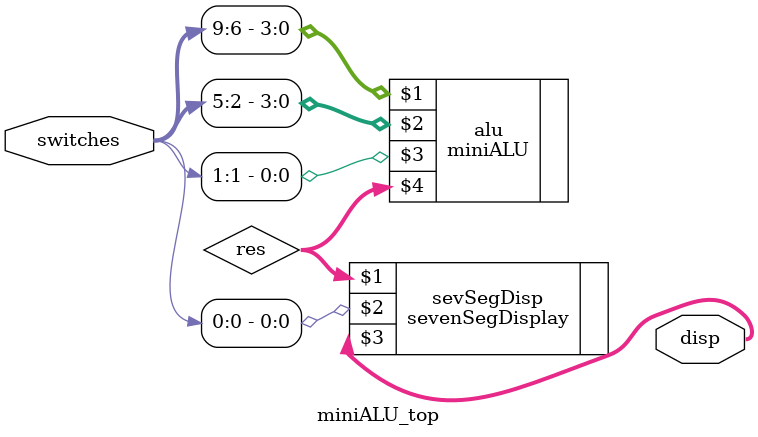
<source format=sv>
`timescale 1ns/1ns

module miniALU_top(input [9:0] switches, output [41:0] disp);

	reg [19:0] res;

	miniALU alu(switches[9:6], switches[5:2], switches[1], res);
	sevenSegDisplay sevSegDisp(res, switches[0], disp);

endmodule
</source>
